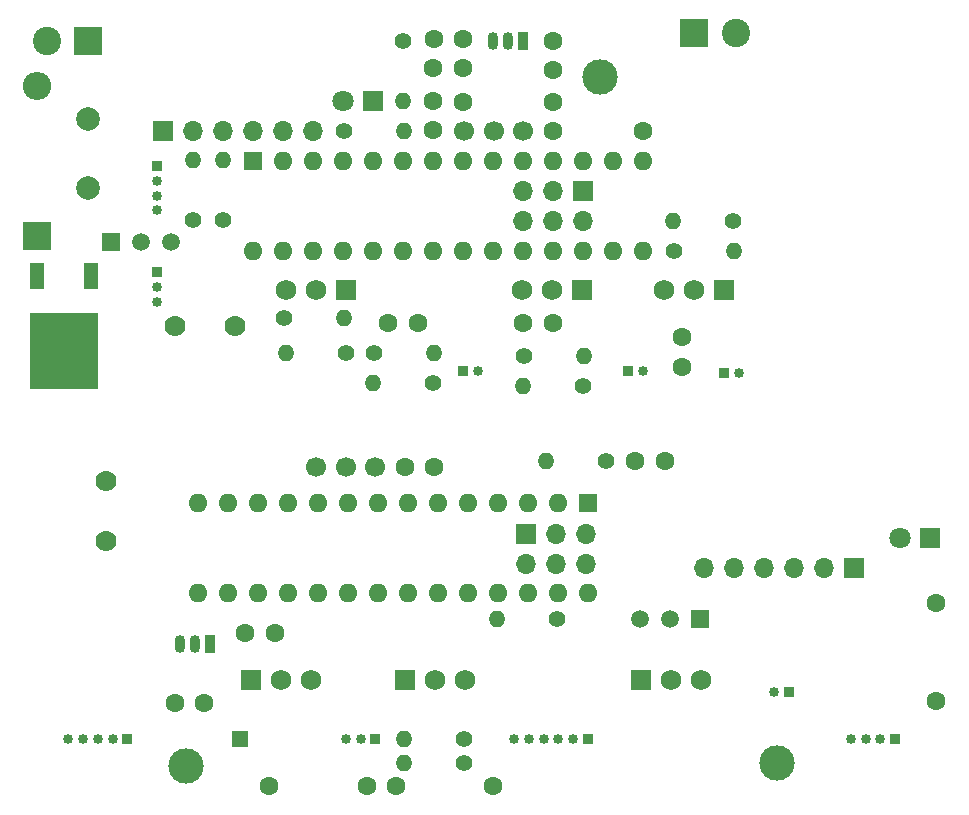
<source format=gbs>
%MOIN*%
%OFA0B0*%
%FSLAX46Y46*%
%IPPOS*%
%LPD*%
%ADD10C,0.0039370078740157488*%
%ADD11R,0.033464566929133861X0.033464566929133861*%
%ADD12C,0.033464566929133861*%
%ADD13R,0.066929133858267723X0.066929133858267723*%
%ADD14O,0.066929133858267723X0.066929133858267723*%
%ADD15C,0.055118110236220472*%
%ADD16O,0.055118110236220472X0.055118110236220472*%
%ADD17C,0.068897637795275593*%
%ADD18R,0.068897637795275593X0.068897637795275593*%
%ADD19C,0.07*%
%ADD20R,0.062992125984251982X0.062992125984251982*%
%ADD21O,0.062992125984251982X0.062992125984251982*%
%ADD22C,0.062992125984251982*%
%ADD23C,0.066929133858267723*%
%ADD24R,0.070866141732283464X0.070866141732283464*%
%ADD25C,0.070866141732283464*%
%ADD26C,0.11811023622047245*%
%ADD27O,0.035433070866141732X0.059055118110236227*%
%ADD28R,0.035433070866141732X0.059055118110236227*%
%ADD29R,0.053149606299212608X0.053149606299212608*%
%ADD30C,0.059842519685039376*%
%ADD31R,0.059842519685039376X0.059842519685039376*%
%ADD42C,0.0039370078740157488*%
%ADD43R,0.062992125984251982X0.062992125984251982*%
%ADD44O,0.062992125984251982X0.062992125984251982*%
%ADD45R,0.094488188976377951X0.094488188976377951*%
%ADD46C,0.094488188976377951*%
%ADD47C,0.066929133858267723*%
%ADD48O,0.094488188976377951X0.094488188976377951*%
%ADD49C,0.11811023622047245*%
%ADD50C,0.068897637795275593*%
%ADD51R,0.068897637795275593X0.068897637795275593*%
%ADD52C,0.07*%
%ADD53C,0.055118110236220472*%
%ADD54O,0.055118110236220472X0.055118110236220472*%
%ADD55C,0.062992125984251982*%
%ADD56R,0.070866141732283464X0.070866141732283464*%
%ADD57C,0.070866141732283464*%
%ADD58R,0.033464566929133861X0.033464566929133861*%
%ADD59C,0.033464566929133861*%
%ADD60O,0.035433070866141732X0.059055118110236227*%
%ADD61R,0.035433070866141732X0.059055118110236227*%
%ADD62R,0.066929133858267723X0.066929133858267723*%
%ADD63O,0.066929133858267723X0.066929133858267723*%
%ADD64C,0.07874015748031496*%
%ADD65R,0.047244094488188976X0.086614173228346469*%
%ADD66R,0.2283464566929134X0.25196850393700793*%
%ADD67C,0.059842519685039376*%
%ADD68R,0.059842519685039376X0.059842519685039376*%
%LPD*%
G01*
D10*
D11*
X-0005157401Y0004896259D02*
X0002952755Y0000472440D03*
D12*
X0002903543Y0000472440D03*
X0002854330Y0000472440D03*
X0002805118Y0000472440D03*
D13*
X0002814960Y0001043306D03*
D14*
X0002714960Y0001043306D03*
X0002614960Y0001043306D03*
X0002514960Y0001043306D03*
X0002414960Y0001043306D03*
X0002314960Y0001043306D03*
D15*
X0001516023Y0000471259D03*
D16*
X0001316023Y0000471259D03*
D17*
X0001007086Y0000669291D03*
X0000907086Y0000669291D03*
D18*
X0000807086Y0000669291D03*
D19*
X0000322598Y0001131259D03*
X0000322598Y0001331259D03*
D20*
X0001929133Y0001259842D03*
D21*
X0000629133Y0000959842D03*
X0001829133Y0001259842D03*
X0000729133Y0000959842D03*
X0001729133Y0001259842D03*
X0000829133Y0000959842D03*
X0001629133Y0001259842D03*
X0000929133Y0000959842D03*
X0001529133Y0001259842D03*
X0001029133Y0000959842D03*
X0001429133Y0001259842D03*
X0001129133Y0000959842D03*
X0001329133Y0001259842D03*
X0001229133Y0000959842D03*
X0001229133Y0001259842D03*
X0001329133Y0000959842D03*
X0001129133Y0001259842D03*
X0001429133Y0000959842D03*
X0001029133Y0001259842D03*
X0001529133Y0000959842D03*
X0000929133Y0001259842D03*
X0001629133Y0000959842D03*
X0000829133Y0001259842D03*
X0001729133Y0000959842D03*
X0000729133Y0001259842D03*
X0001829133Y0000959842D03*
X0000629133Y0001259842D03*
X0001929133Y0000959842D03*
D22*
X0001190944Y0000314960D03*
X0000866141Y0000314960D03*
D23*
X0001023621Y0001377952D03*
X0001122047Y0001377952D03*
X0001220472Y0001377952D03*
D22*
X0000787401Y0000826771D03*
X0000885826Y0000826771D03*
X0000551181Y0000590551D03*
X0000649606Y0000590551D03*
D24*
X0003070866Y0001141732D03*
D25*
X0002970866Y0001141732D03*
D11*
X0002598425Y0000629921D03*
D12*
X0002549212Y0000629921D03*
D26*
X0002559055Y0000393700D03*
X0000590551Y0000383700D03*
D27*
X0000619291Y0000787401D03*
X0000569291Y0000787401D03*
D28*
X0000669291Y0000787401D03*
D22*
X0001417322Y0001377952D03*
X0001318897Y0001377952D03*
X0001289370Y0000314960D03*
X0001614173Y0000314960D03*
X0003090551Y0000600393D03*
X0003090551Y0000925196D03*
X0002185039Y0001397637D03*
X0002086614Y0001397637D03*
D15*
X0001988188Y0001397637D03*
D16*
X0001788188Y0001397637D03*
D17*
X0001518897Y0000669291D03*
X0001418897Y0000669291D03*
D18*
X0001318897Y0000669291D03*
D17*
X0002306299Y0000669291D03*
X0002206299Y0000669291D03*
D18*
X0002106299Y0000669291D03*
D15*
X0001516023Y0000391259D03*
D16*
X0001316023Y0000391259D03*
D11*
X0001220472Y0000472440D03*
D12*
X0001171259Y0000472440D03*
X0001122047Y0000472440D03*
D29*
X0000767716Y0000472440D03*
D11*
X0000393700Y0000472440D03*
D12*
X0000344488Y0000472440D03*
X0000295275Y0000472440D03*
X0000246062Y0000472440D03*
X0000196850Y0000472440D03*
D11*
X0001929133Y0000472440D03*
D12*
X0001879921Y0000472440D03*
X0001830708Y0000472440D03*
X0001781495Y0000472440D03*
X0001732283Y0000472440D03*
X0001683070Y0000472440D03*
D30*
X0002202598Y0000871259D03*
X0002102598Y0000871259D03*
D31*
X0002302598Y0000871259D03*
D15*
X0001826023Y0000871259D03*
D16*
X0001626023Y0000871259D03*
D13*
X0001722598Y0001156259D03*
D14*
X0001722598Y0001056259D03*
X0001822598Y0001156259D03*
X0001822598Y0001056259D03*
X0001922598Y0001156259D03*
X0001922598Y0001056259D03*
G04 next file*
%LPD*%
G04 #@! TF.FileFunction,Soldermask,Bot*
G04 Gerber Fmt 4.6, Leading zero omitted, Abs format (unit mm)*
G04 Created by KiCad (PCBNEW 4.0.7) date 06/15/19 11:12:25*
G01*
G04 APERTURE LIST*
G04 APERTURE END LIST*
D42*
D43*
X-0001456614Y0006274212D02*
X0000813385Y0002399212D03*
D44*
X0002113385Y0002099212D03*
X0000913385Y0002399212D03*
X0002013385Y0002099212D03*
X0001013385Y0002399212D03*
X0001913385Y0002099212D03*
X0001113385Y0002399212D03*
X0001813385Y0002099212D03*
X0001213385Y0002399212D03*
X0001713385Y0002099212D03*
X0001313385Y0002399212D03*
X0001613385Y0002099212D03*
X0001413385Y0002399212D03*
X0001513385Y0002099212D03*
X0001513385Y0002399212D03*
X0001413385Y0002099212D03*
X0001613385Y0002399212D03*
X0001313385Y0002099212D03*
X0001713385Y0002399212D03*
X0001213385Y0002099212D03*
X0001813385Y0002399212D03*
X0001113385Y0002099212D03*
X0001913385Y0002399212D03*
X0001013385Y0002099212D03*
X0002013385Y0002399212D03*
X0000913385Y0002099212D03*
X0002113385Y0002399212D03*
X0000813385Y0002099212D03*
D45*
X0002283464Y0002824212D03*
D46*
X0002421259Y0002824212D03*
D45*
X0000263385Y0002799212D03*
D46*
X0000125590Y0002799212D03*
D47*
X0001713385Y0002499212D03*
X0001614960Y0002499212D03*
X0001516535Y0002499212D03*
D45*
X0000093385Y0002149212D03*
D48*
X0000093385Y0002649212D03*
D49*
X0001968503Y0002677165D03*
D50*
X0002181889Y0001968504D03*
X0002281889Y0001968504D03*
D51*
X0002381889Y0001968504D03*
D52*
X0000553385Y0001849212D03*
X0000753385Y0001849212D03*
D53*
X0002214960Y0002099212D03*
D54*
X0002414960Y0002099212D03*
D53*
X0001714960Y0001749212D03*
D54*
X0001914960Y0001749212D03*
D53*
X0002411810Y0002199212D03*
D54*
X0002211810Y0002199212D03*
D53*
X0001911810Y0001649212D03*
D54*
X0001711810Y0001649212D03*
D55*
X0001813385Y0002799212D03*
X0001813385Y0002700787D03*
X0001513385Y0002804212D03*
X0001414960Y0002804212D03*
X0001713385Y0001859212D03*
X0001811810Y0001859212D03*
X0002244094Y0001811023D03*
X0002244094Y0001712598D03*
D56*
X0001213385Y0002599212D03*
D57*
X0001113385Y0002599212D03*
D58*
X0002381889Y0001692913D03*
D59*
X0002431102Y0001692913D03*
D60*
X0001663385Y0002799212D03*
X0001613385Y0002799212D03*
D61*
X0001713385Y0002799212D03*
D58*
X0000492125Y0002381889D03*
D59*
X0000492125Y0002332677D03*
X0000492125Y0002283464D03*
X0000492125Y0002234252D03*
D55*
X0001413385Y0002599212D03*
X0001413385Y0002500787D03*
X0001413385Y0002709212D03*
X0001511810Y0002709212D03*
D53*
X0001114960Y0002499212D03*
D54*
X0001314960Y0002499212D03*
D55*
X0001263385Y0001859212D03*
X0001361810Y0001859212D03*
D53*
X0001411810Y0001659212D03*
D54*
X0001211810Y0001659212D03*
D53*
X0001214960Y0001759212D03*
D54*
X0001414960Y0001759212D03*
D50*
X0001709448Y0001968504D03*
X0001809448Y0001968504D03*
D51*
X0001909448Y0001968504D03*
D50*
X0000922047Y0001968504D03*
X0001022047Y0001968504D03*
D51*
X0001122047Y0001968504D03*
D53*
X0000613385Y0002200787D03*
D54*
X0000613385Y0002400787D03*
D53*
X0000713385Y0002200787D03*
D54*
X0000713385Y0002400787D03*
D62*
X0000513385Y0002499212D03*
D63*
X0000613385Y0002499212D03*
X0000713385Y0002499212D03*
X0000813385Y0002499212D03*
X0000913385Y0002499212D03*
X0001013385Y0002499212D03*
D64*
X0000263385Y0002310039D03*
X0000263385Y0002538386D03*
D58*
X0000492125Y0002027559D03*
D59*
X0000492125Y0001978346D03*
X0000492125Y0001929134D03*
D58*
X0001513385Y0001699212D03*
D59*
X0001562598Y0001699212D03*
D58*
X0002063385Y0001699212D03*
D59*
X0002112598Y0001699212D03*
D53*
X0001313385Y0002797637D03*
D54*
X0001313385Y0002597637D03*
D55*
X0001813385Y0002594212D03*
X0001513385Y0002594212D03*
X0001813385Y0002499212D03*
X0002113385Y0002499212D03*
D53*
X0001121810Y0001759212D03*
D54*
X0000921810Y0001759212D03*
D53*
X0000914960Y0001874212D03*
D54*
X0001114960Y0001874212D03*
D65*
X0000093621Y0002014567D03*
X0000273149Y0002014567D03*
D66*
X0000183385Y0001766535D03*
D67*
X0000438385Y0002129212D03*
X0000538385Y0002129212D03*
D68*
X0000338385Y0002129212D03*
D62*
X0001913385Y0002299212D03*
D63*
X0001913385Y0002199212D03*
X0001813385Y0002299212D03*
X0001813385Y0002199212D03*
X0001713385Y0002299212D03*
X0001713385Y0002199212D03*
M02*
</source>
